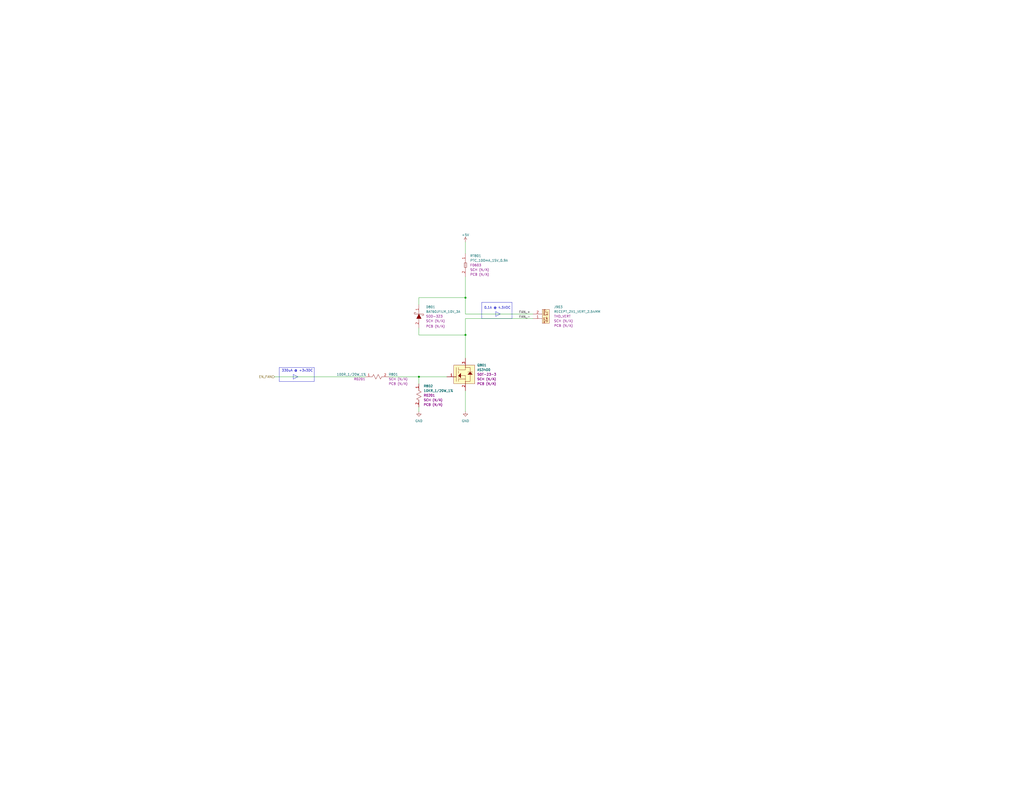
<source format=kicad_sch>
(kicad_sch (version 20230121) (generator eeschema)
  (paper "C")
  (title_block (title "Hot Plate") (date "09/15/2023") (rev "v1.0") (company "Mend0z0") (comment 1 "v1") (comment 2 "RELEASED") (comment 3 "Siavash Taher Parvar") (comment 8 "N/A"))
  (lib_symbols
    (symbol "_SCHLIB_HotPlate:CONN_RECEPT_2POS_VERT_2.54MM"
      (property "Reference" "J" (at 2.54 2.54 0))
      (property "Value" "RECEPT_2X1_VERT_2.54MM" (at 2.54 5.08 0))
      (property "SCH CHECK" "SCH (N/A)" (at 2.54 30.48 0))
      (property "Package" "THD_VERT" (at 2.54 33.02 0))
      (property "PCB CHECk" "PCB (N/A)" (at 2.54 27.94 0))
      (symbol "CONN_RECEPT_2POS_VERT_2.54MM_0_1"
        (rectangle (start 0 0) (end 3.81 -7.62) (fill (type background)))
      )
      (symbol "CONN_RECEPT_2POS_VERT_2.54MM_1_1"
        (text "RCPT 2POS\nVERT 0.1\"" (at 1.905 -3.81 900) (effects (font (size 0.889 0.889))))
        (pin passive line (at -5.08 -2.54 0) (length 5.08) (name "") (number "1"))
        (pin passive line (at -5.08 -5.08 0) (length 5.08) (name "") (number "2"))
      )
    )
    (symbol "_SCHLIB_HotPlate:DIODE_SCHOTTKY_BAT60JFILM_10V_3A_SOD-323"
      (property "Reference" "D" (at 2.54 5.08 0))
      (property "Value" "BAT60JFILM_10V_3A" (at 2.54 7.62 0))
      (property "SCH CHECK" "SCH (N/A)" (at 2.54 33.02 0))
      (property "Pacakge" "SOD-323" (at 2.54 35.56 0))
      (property "PCB CHECk" "PCB (N/A)" (at 2.54 30.48 0))
      (symbol "DIODE_SCHOTTKY_BAT60JFILM_10V_3A_SOD-323_0_1"
        (polyline (pts (xy 5.08 1.27) (xy 5.08 -1.27) (xy 7.62 0) (xy 5.08 1.27)) (fill (type outline)))
        (polyline (pts (xy 8.382 1.524) (xy 8.382 2.54) (xy 7.62 2.54) (xy 7.62 -2.54) (xy 6.858 -2.54) (xy 6.858 -1.524)))
      )
      (symbol "DIODE_SCHOTTKY_BAT60JFILM_10V_3A_SOD-323_1_1"
        (pin passive line (at 12.7 0 180) (length 5.08) (name "") (number "1"))
        (pin passive line (at 0 0 0) (length 5.08) (name "") (number "2"))
      )
    )
    (symbol "_SCHLIB_HotPlate:FUSE_PTC_0ZCM0010FF2G_0.1A_0.25A_15V_0.9A_F0603"
      (property "Reference" "RT" (at 2.54 3.81 0))
      (property "Value" "PTC_100mA_15V_0.9A" (at 2.54 6.35 0))
      (property "SCH CHECK" "SCH (N/A)" (at 2.54 31.75 0))
      (property "Package" "F0603" (at 2.54 34.29 0))
      (property "PCB CHECk" "PCB (N/A)" (at 2.54 29.21 0))
      (symbol "FUSE_PTC_0ZCM0010FF2G_0.1A_0.25A_15V_0.9A_F0603_0_1"
        (polyline (pts (xy 5.08 0) (xy 7.62 0)))
        (rectangle (start 5.08 0.635) (end 7.62 -0.635))
      )
      (symbol "FUSE_PTC_0ZCM0010FF2G_0.1A_0.25A_15V_0.9A_F0603_1_1"
        (pin passive line (at 0 0 0) (length 5.08) (name "") (number "1"))
        (pin passive line (at 12.7 0 180) (length 5.08) (name "") (number "2"))
      )
    )
    (symbol "_SCHLIB_HotPlate:Q_MOSFET_AS3400_N-CH_30V_5.6A_1.2W_SOT-23-3"
      (property "Reference" "Q" (at 2.54 6.35 0))
      (property "Value" "AS3400" (at 2.54 8.89 0))
      (property "SCH CHECK" "SCH (N/A)" (at 2.54 34.29 0))
      (property "Package" "SOT-23-3" (at 2.54 36.83 0))
      (property "PCB CHECk" "PCB (N/A)" (at 2.54 31.75 0))
      (symbol "Q_MOSFET_AS3400_N-CH_30V_5.6A_1.2W_SOT-23-3_0_1"
        (polyline (pts (xy 5.08 -5.08) (xy 5.08 -12.7)))
        (polyline (pts (xy 6.35 -11.43) (xy 6.35 -12.7)))
        (polyline (pts (xy 6.35 -9.525) (xy 6.35 -10.795)))
        (polyline (pts (xy 6.35 -6.985) (xy 6.35 -8.255)))
        (polyline (pts (xy 6.35 -5.08) (xy 6.35 -6.35)))
        (polyline (pts (xy 11.43 -7.62) (xy 13.97 -7.62)))
        (polyline (pts (xy 6.35 -11.43) (xy 10.16 -11.43) (xy 10.16 -12.7)))
        (polyline (pts (xy 6.35 -6.35) (xy 10.16 -6.35) (xy 10.16 -5.08)))
        (polyline (pts (xy 10.16 -11.43) (xy 10.16 -9.525) (xy 6.35 -9.525)))
        (polyline (pts (xy 7.62 -8.255) (xy 6.35 -9.525) (xy 7.62 -10.795) (xy 7.62 -8.255)) (fill (type outline)))
        (polyline (pts (xy 10.16 -12.7) (xy 12.7 -12.7) (xy 12.7 -5.08) (xy 10.16 -5.08)))
        (polyline (pts (xy 11.43 -8.89) (xy 12.7 -7.62) (xy 13.97 -8.89) (xy 11.43 -8.89)) (fill (type outline)))
        (rectangle (start 3.81 -3.81) (end 15.24 -13.97) (fill (type background)))
      )
      (symbol "Q_MOSFET_AS3400_N-CH_30V_5.6A_1.2W_SOT-23-3_1_1"
        (pin passive line (at 0 -10.16 0) (length 5.08) (name "") (number "1"))
        (pin passive line (at 10.16 -17.78 90) (length 5.08) (name "") (number "2"))
        (pin passive line (at 10.16 0 270) (length 5.08) (name "") (number "3"))
      )
    )
    (symbol "_SCHLIB_HotPlate:RES_100R_1/20W_1%_R0201"
      (property "Reference" "R" (at 2.54 3.81 0))
      (property "Value" "100R_1/20W_1%" (at 2.54 6.35 0))
      (property "SCH CHECK" "SCH (N/A)" (at 2.54 31.75 0))
      (property "Package" "R0201" (at 2.54 34.29 0))
      (property "PCB CHECk" "PCB (N/A)" (at 2.54 29.21 0))
      (symbol "RES_100R_1/20W_1%_R0201_0_0"
        (polyline (pts (xy 3.81 0) (xy 4.445 1.27) (xy 5.715 -1.27) (xy 6.985 1.27) (xy 8.255 -1.27) (xy 8.89 0)))
      )
      (symbol "RES_100R_1/20W_1%_R0201_1_1"
        (pin passive line (at 0 0 0) (length 3.81) (name "") (number "1"))
        (pin passive line (at 12.7 0 180) (length 3.81) (name "") (number "2"))
      )
    )
    (symbol "_SCHLIB_HotPlate:RES_10KR_1/20W_1%_R0201"
      (property "Reference" "R" (at 2.54 5.08 0))
      (property "Value" "10KR_1/20W_1%" (at 2.54 7.62 0))
      (property "SCH CHECK" "SCH (N/A)" (at 2.54 33.02 0))
      (property "Package" "R0201" (at 2.54 35.56 0))
      (property "PCB CHECk" "PCB (N/A)" (at 2.54 30.48 0))
      (symbol "RES_10KR_1/20W_1%_R0201_0_0"
        (polyline (pts (xy 3.81 0) (xy 4.445 1.27) (xy 5.715 -1.27) (xy 6.985 1.27) (xy 8.255 -1.27) (xy 8.89 0)))
      )
      (symbol "RES_10KR_1/20W_1%_R0201_1_1"
        (pin passive line (at 0 0 0) (length 3.81) (name "") (number "1"))
        (pin passive line (at 12.7 0 180) (length 3.81) (name "") (number "2"))
      )
    )
    (symbol "power:+5V" (power) (pin_names (offset 0))
      (property "Value" "+5V" (at 0 3.556 0))
      (symbol "+5V_0_1"
        (polyline (pts (xy -0.762 1.27) (xy 0 2.54)))
        (polyline (pts (xy 0 0) (xy 0 2.54)))
        (polyline (pts (xy 0 2.54) (xy 0.762 1.27)))
      )
      (symbol "+5V_1_1"
        (pin power_in line (at 0 0 90) (length 0) hide (name "+5V") (number "1"))
      )
    )
    (symbol "power:GND" (power) (pin_names (offset 0))
      (property "Value" "GND" (at 0 -3.81 0))
      (symbol "GND_0_1"
        (polyline (pts (xy 0 0) (xy 0 -1.27) (xy 1.27 -1.27) (xy 0 -2.54) (xy -1.27 -1.27) (xy 0 -1.27)))
      )
      (symbol "GND_1_1"
        (pin power_in line (at 0 0 270) (length 0) hide (name "GND") (number "1"))
      )
    )
  )
  (junction (at 254 162.56))
  (junction (at 254 182.88))
  (junction (at 228.6 205.74))
  (wire (pts (xy 243.84 205.74) (xy 228.6 205.74)))
  (polyline (pts (xy 270.51 170.18) (xy 273.05 171.45)))
  (wire (pts (xy 212.09 205.74) (xy 228.6 205.74)))
  (wire (pts (xy 228.6 179.07) (xy 228.6 182.88)))
  (wire (pts (xy 254 162.56) (xy 254 171.45)))
  (wire (pts (xy 254 132.08) (xy 254 138.43)))
  (wire (pts (xy 254 213.36) (xy 254 224.79)))
  (polyline (pts (xy 279.4 165.1) (xy 279.4 173.99)))
  (wire (pts (xy 254 151.13) (xy 254 162.56)))
  (polyline (pts (xy 171.45 200.66) (xy 171.45 208.28)))
  (polyline (pts (xy 152.4 200.66) (xy 171.45 200.66)))
  (polyline (pts (xy 262.89 173.99) (xy 279.4 173.99)))
  (wire (pts (xy 228.6 162.56) (xy 254 162.56)))
  (polyline (pts (xy 160.02 204.47) (xy 162.56 205.74)))
  (polyline (pts (xy 262.89 165.1) (xy 279.4 165.1)))
  (wire (pts (xy 254 173.99) (xy 254 182.88)))
  (polyline (pts (xy 262.89 165.1) (xy 262.89 173.99)))
  (wire (pts (xy 149.86 205.74) (xy 199.39 205.74)))
  (polyline (pts (xy 160.02 204.47) (xy 160.02 207.01)))
  (wire (pts (xy 228.6 224.79) (xy 228.6 222.25)))
  (wire (pts (xy 254 182.88) (xy 254 195.58)))
  (polyline (pts (xy 270.51 170.18) (xy 270.51 172.72)))
  (polyline (pts (xy 171.45 208.28) (xy 152.4 208.28)))
  (polyline (pts (xy 152.4 200.66) (xy 152.4 208.28)))
  (wire (pts (xy 254 171.45) (xy 290.83 171.45)))
  (wire (pts (xy 228.6 205.74) (xy 228.6 209.55)))
  (wire (pts (xy 254 173.99) (xy 290.83 173.99)))
  (wire (pts (xy 228.6 166.37) (xy 228.6 162.56)))
  (wire (pts (xy 228.6 182.88) (xy 254 182.88)))
  (polyline (pts (xy 270.51 172.72) (xy 273.05 171.45)))
  (polyline (pts (xy 160.02 207.01) (xy 162.56 205.74)))
  (text "330uA @ +3v3DC" (at 153.67 203.2 0) (effects (font (size 1.27 1.27)) (justify left bottom)))
  (text "0.1A @ 4.5VDC" (at 264.16 168.91 0) (effects (font (size 1.27 1.27)) (justify left bottom)))
  (label "FAN_-" (at 283.21 173.99 0))
  (label "FAN_+" (at 283.21 171.45 0))
  (hierarchical_label "EN_FAN" (shape input) (at 149.86 205.74 180))
  (symbol (lib_id "_SCHLIB_HotPlate:RES_100R_1/20W_1%_R0201") (at 199.39 205.74 0) (unit 1)
    (property "Reference" "R801" (at 214.63 204.47 0))
    (property "Value" "100R_1/20W_1%" (at 191.77 204.47 0))
    (property "Footprint" "Resistor_SMD:R_0201_0603Metric" (effects hide))
    (property "Datasheet" "https://www.seielect.com/Catalog/SEI-RMCF_RMCP.pdf" (effects hide))
    (property "Description" "100 Ohms ±1% 0.05W, 1/20W Chip Resistor 0201 (0603 Metric) Thick Film" (effects hide))
    (property "Link" "https://www.digikey.ca/en/products/detail/stackpole-electronics-inc/RMCF0201FT100R/1714988" (effects hide))
    (property "SCH CHECK" "SCH (N/A)" (at 212.09 207.01 0) (effects (justify left)))
    (property "Package" "R0201" (at 193.04 207.01 0) (effects (justify left)))
    (property "Part Number (Manufacturer)" "RMCF0201FT100R" (effects hide))
    (property "Manufacturer" "Stackpole Electronics Inc" (effects hide))
    (property "Part Number (Vendor)" "RMCF0201FT100RTR-ND" (effects hide))
    (property "Vendor" "Digikey" (effects hide))
    (property "PCB CHECk" "PCB (N/A)" (at 212.09 209.55 0) (effects (justify left)))
  )
  (symbol (lib_id "_SCHLIB_HotPlate:RES_10KR_1/20W_1%_R0201") (at 228.6 209.55 270) (unit 1)
    (property "Reference" "R802" (at 231.14 210.82 90) (effects (justify left)))
    (property "Value" "10KR_1/20W_1%" (at 231.14 213.36 90) (effects (justify left)))
    (property "Footprint" "Resistor_SMD:R_0201_0603Metric" (effects hide))
    (property "Datasheet" "https://www.seielect.com/Catalog/SEI-RMCF_RMCP.pdf" (effects hide))
    (property "Description" "10 kOhms ±1% 0.05W, 1/20W Chip Resistor 0201 (0603 Metric) Thick Film" (effects hide))
    (property "Link" "https://www.digikey.ca/en/products/detail/stackpole-electronics-inc/RMCF0201FT10K0/1714990" (effects hide))
    (property "SCH CHECK" "SCH (N/A)" (at 231.14 218.44 90) (effects (justify left)))
    (property "Package" "R0201" (at 231.14 215.9 90) (effects (justify left)))
    (property "Part Number (Manufacturer)" "RMCF0201FT10K0" (effects hide))
    (property "Manufacturer" "Stackpole Electronics Inc" (effects hide))
    (property "Part Number (Vendor)" "RMCF0201FT10K0TR-ND" (effects hide))
    (property "Vendor" "Digikey" (effects hide))
    (property "PCB CHECk" "PCB (N/A)" (at 231.14 220.98 90) (effects (justify left)))
  )
  (symbol (lib_id "power:GND") (at 228.6 224.79 0) (unit 1)
    (property "Reference" "#PWR0802" (effects hide))
    (property "Value" "GND" (at 228.6 229.87 0))
  )
  (symbol (lib_id "power:GND") (at 254 224.79 0) (unit 1)
    (property "Reference" "#PWR0803" (effects hide))
    (property "Value" "GND" (at 254 229.87 0))
  )
  (symbol (lib_id "_SCHLIB_HotPlate:Q_MOSFET_AS3400_N-CH_30V_5.6A_1.2W_SOT-23-3") (at 243.84 195.58 0) (unit 1)
    (property "Reference" "Q801" (at 260.35 199.39 0) (effects (justify left)))
    (property "Value" "AS3400" (at 260.35 201.93 0) (effects (justify left)))
    (property "Footprint" "Package_TO_SOT_SMD:SOT-23" (effects hide))
    (property "Datasheet" "https://media.digikey.com/pdf/Data%20Sheets/Anbon%20Semi%20PDFs/AS3400.pdf" (effects hide))
    (property "Description" "N-Channel 30 V 5.6A (Ta) 1.2W (Ta) Surface Mount SOT-23" (effects hide))
    (property "Link" "https://www.digikey.ca/en/products/detail/anbon-semiconductor-int-l-limited/AS3400/16708476" (effects hide))
    (property "SCH CHECK" "SCH (N/A)" (at 260.35 207.01 0) (effects (justify left)))
    (property "Package" "SOT-23-3" (at 260.35 204.47 0) (effects (justify left)))
    (property "Part Number (Manufacturer)" "AS3400" (effects hide))
    (property "Manufacturer" "ANBON SEMICONDUCTOR (INT'L) LIMITED" (effects hide))
    (property "Part Number (Vendor)" "4530-AS3400TR-ND" (effects hide))
    (property "Vendor" "Digikey" (effects hide))
    (property "PCB CHECk" "PCB (N/A)" (at 260.35 209.55 0) (effects (justify left)))
  )
  (symbol (lib_id "power:+5V") (at 254 132.08 0) (unit 1)
    (property "Reference" "#PWR0801" (effects hide))
    (property "Value" "+5V" (at 254 128.27 0))
  )
  (symbol (lib_id "_SCHLIB_HotPlate:CONN_RECEPT_2POS_VERT_2.54MM") (at 295.91 176.53 0) (mirror x) (unit 1)
    (property "Reference" "J903" (at 302.26 167.64 0) (effects (justify left)))
    (property "Value" "RECEPT_2X1_VERT_2.54MM" (at 302.26 170.18 0) (effects (justify left)))
    (property "Footprint" "Connector_PinSocket_2.54mm:PinSocket_1x02_P2.54mm_Vertical" (effects hide))
    (property "Datasheet" "https://app.adam-tech.com/products/download/data_sheet/203013/rs1-xx-g-data-sheet.pdf" (effects hide))
    (property "Description" "2 Position Receptacle Connector 0.100\" (2.54mm) Through Hole Gold" (effects hide))
    (property "Link" "https://www.digikey.ca/en/products/detail/adam-tech/RS1-02-G/9832044" (effects hide))
    (property "SCH CHECK" "SCH (N/A)" (at 302.26 175.26 0) (effects (justify left)))
    (property "Part Number (Manufacturer)" "RS1-02-G" (effects hide))
    (property "Package" "THD_VERT" (at 302.26 172.72 0) (effects (justify left)))
    (property "Manufacturer" "Adam Tech" (effects hide))
    (property "Part Number (Vendor)" "2057-RS1-02-G-ND" (effects hide))
    (property "Vendor" "Digikey" (effects hide))
    (property "PCB CHECk" "PCB (N/A)" (at 302.26 177.8 0) (effects (justify left)))
    (instances (project "_HW_HotPlate" (path "" (reference "J903") (unit 1)) (path "" (reference "J801") (unit 1))))
  )
  (symbol (lib_id "_SCHLIB_HotPlate:FUSE_PTC_0ZCM0010FF2G_0.1A_0.25A_15V_0.9A_F0603") (at 254 138.43 270) (unit 1)
    (property "Reference" "RT801" (at 256.54 139.7 90) (effects (justify left)))
    (property "Value" "PTC_100mA_15V_0.9A" (at 256.54 142.24 90) (effects (justify left)))
    (property "Footprint" "Fuse:Fuse_0603_1608Metric" (effects hide))
    (property "Datasheet" "https://www.belfuse.com/resources/datasheets/circuitprotection/ds-cp-0zcm-series.pdf" (effects hide))
    (property "Description" "Polymeric PTC Resettable Fuse 15V 100 mA Ih Surface Mount 0603 (1608 Metric), Concave" (effects hide))
    (property "Link" "https://www.digikey.ca/en/products/detail/bel-fuse-inc/0ZCM0010FF2G/4156146" (effects hide))
    (property "SCH CHECK" "SCH (N/A)" (at 256.54 147.32 90) (effects (justify left)))
    (property "Package" "F0603" (at 256.54 144.78 90) (effects (justify left)))
    (property "Part Number (Manufacturer)" "0ZCM0010FF2G" (effects hide))
    (property "Manufacturer" "Bel Fuse Inc." (effects hide))
    (property "Part Number (Vendor)" "507-1818-2-ND" (effects hide))
    (property "Vendor" "Digikey" (effects hide))
    (property "PCB CHECk" "PCB (N/A)" (at 256.54 149.86 90) (effects (justify left)))
  )
  (symbol (lib_id "_SCHLIB_HotPlate:DIODE_SCHOTTKY_BAT60JFILM_10V_3A_SOD-323") (at 228.6 179.07 90) (unit 1)
    (property "Reference" "D801" (at 232.41 167.64 90) (effects (justify right)))
    (property "Value" "BAT60JFILM_10V_3A" (at 232.41 170.18 90) (effects (justify right)))
    (property "Footprint" "Diode_SMD:D_SOD-323" (effects hide))
    (property "Datasheet" "https://www.st.com/content/ccc/resource/technical/document/datasheet/3d/d2/27/1d/20/e3/4d/48/CD00001944.pdf/files/CD00001944.pdf/jcr:content/translations/en.CD00001944.pdf" (effects hide))
    (property "Description" "Diode 10 V 3A Surface Mount SOD-323" (effects hide))
    (property "Link" "https://www.digikey.ca/en/products/detail/stmicroelectronics/BAT60JFILM/686386" (effects hide))
    (property "SCH CHECK" "SCH (N/A)" (at 232.41 175.26 90) (effects (justify right)))
    (property "Pacakge" "SOD-323" (at 232.41 172.72 90) (effects (justify right)))
    (property "Part Number (Manufacturer)" "BAT60JFILM" (effects hide))
    (property "Manufacturer" "STMicroelectronics" (effects hide))
    (property "Part Number (Vendor)" "497-3707-2-ND" (effects hide))
    (property "Vendor" "Digikey" (effects hide))
    (property "PCB CHECk" "PCB (N/A)" (at 232.41 178.181 90) (effects (justify right)))
  )
)
</source>
